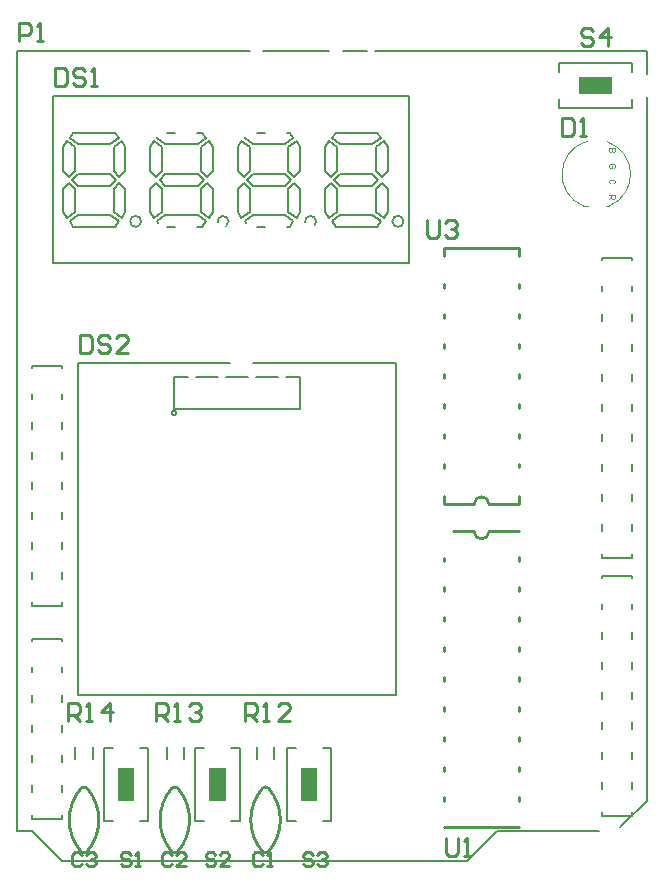
<source format=gbr>
G04*
G04 #@! TF.GenerationSoftware,Altium Limited,Altium Designer,24.2.2 (26)*
G04*
G04 Layer_Color=65535*
%FSLAX44Y44*%
%MOMM*%
G71*
G04*
G04 #@! TF.SameCoordinates,8037D507-FDD7-4DB1-ABC2-1B2419E491FE*
G04*
G04*
G04 #@! TF.FilePolarity,Positive*
G04*
G01*
G75*
%ADD10C,0.2540*%
%ADD11C,0.2000*%
%ADD12C,0.1000*%
%ADD13C,0.1270*%
G36*
X111140Y60928D02*
X97140D01*
Y88928D01*
X111140D01*
Y60928D01*
D02*
G37*
G36*
X188610D02*
X174610D01*
Y88928D01*
X188610D01*
Y60928D01*
D02*
G37*
G36*
X266080D02*
X252080D01*
Y88928D01*
X266080D01*
Y60928D01*
D02*
G37*
G36*
X515652Y659750D02*
X487652D01*
Y673750D01*
X515652D01*
Y659750D01*
D02*
G37*
D10*
X66147Y71688D02*
G03*
X66094Y17874I30925J-26938D01*
G01*
X71066D02*
G03*
X71013Y71688I-30979J26876D01*
G01*
X70997Y71674D02*
G03*
X66163Y71674I-2417J-2417D01*
G01*
Y17934D02*
G03*
X70997Y17934I2417J2417D01*
G01*
X142982Y71688D02*
G03*
X142928Y17874I30925J-26938D01*
G01*
X147901D02*
G03*
X147848Y71688I-30979J26876D01*
G01*
X147832Y71674D02*
G03*
X142998Y71674I-2417J-2417D01*
G01*
Y17934D02*
G03*
X147832Y17934I2417J2417D01*
G01*
X219817Y71688D02*
G03*
X219764Y17874I30925J-26938D01*
G01*
X224736D02*
G03*
X224683Y71688I-30979J26876D01*
G01*
X224667Y71674D02*
G03*
X219833Y71674I-2417J-2417D01*
G01*
Y17934D02*
G03*
X224667Y17934I2417J2417D01*
G01*
X411480Y311912D02*
G03*
X398780Y311912I-6350J0D01*
G01*
Y289029D02*
G03*
X411480Y289029I6350J0D01*
G01*
X380816Y289029D02*
X398780D01*
X411480D02*
X436744D01*
X373514Y38630D02*
X436746D01*
X373380Y60484D02*
Y63976D01*
X436880Y85884D02*
Y89376D01*
X373380Y111284D02*
Y114776D01*
X436880Y60484D02*
Y63976D01*
X373380Y85884D02*
Y89376D01*
X436880Y444024D02*
Y447516D01*
Y494824D02*
Y498316D01*
X373380Y494824D02*
Y498316D01*
X436880Y263684D02*
Y267176D01*
X373380Y263684D02*
Y266344D01*
Y444024D02*
Y447516D01*
Y418624D02*
Y422116D01*
X436880Y393224D02*
Y396716D01*
Y418624D02*
Y422116D01*
Y469424D02*
Y472916D01*
X373380Y238284D02*
Y241776D01*
X436880Y111284D02*
Y114776D01*
Y136684D02*
Y140176D01*
X373380Y162084D02*
Y165576D01*
Y212884D02*
Y216376D01*
X436880Y162084D02*
Y165576D01*
Y238284D02*
Y241776D01*
Y212884D02*
Y216376D01*
X373380Y136684D02*
Y140176D01*
Y393224D02*
Y396716D01*
X436880Y311912D02*
Y318770D01*
X411480Y311912D02*
X436880D01*
X373380D02*
Y318770D01*
X436880Y343256D02*
Y345916D01*
X373380Y342424D02*
Y345916D01*
X436880Y367824D02*
Y371316D01*
X373380Y367824D02*
Y371316D01*
Y528828D02*
X436880D01*
X373380Y469424D02*
Y472916D01*
Y311912D02*
X398780D01*
X436880Y521970D02*
Y528828D01*
X373380Y521970D02*
Y528828D01*
X436880Y187484D02*
Y190976D01*
X373380Y187484D02*
Y190976D01*
X64770Y455163D02*
Y439928D01*
X72387D01*
X74927Y442467D01*
Y452624D01*
X72387Y455163D01*
X64770D01*
X90162Y452624D02*
X87623Y455163D01*
X82544D01*
X80005Y452624D01*
Y450085D01*
X82544Y447546D01*
X87623D01*
X90162Y445006D01*
Y442467D01*
X87623Y439928D01*
X82544D01*
X80005Y442467D01*
X105397Y439928D02*
X95240D01*
X105397Y450085D01*
Y452624D01*
X102858Y455163D01*
X97779D01*
X95240Y452624D01*
X358648Y552953D02*
Y540257D01*
X361187Y537718D01*
X366265D01*
X368805Y540257D01*
Y552953D01*
X373883Y550414D02*
X376422Y552953D01*
X381501D01*
X384040Y550414D01*
Y547875D01*
X381501Y545336D01*
X378961D01*
X381501D01*
X384040Y542796D01*
Y540257D01*
X381501Y537718D01*
X376422D01*
X373883Y540257D01*
X499111Y712468D02*
X496572Y715007D01*
X491493D01*
X488954Y712468D01*
Y709929D01*
X491493Y707390D01*
X496572D01*
X499111Y704851D01*
Y702312D01*
X496572Y699772D01*
X491493D01*
X488954Y702312D01*
X511807Y699772D02*
Y715007D01*
X504189Y707390D01*
X514346D01*
X374653Y29207D02*
Y16512D01*
X377192Y13973D01*
X382271D01*
X384810Y16512D01*
Y29207D01*
X389888Y13973D02*
X394967D01*
X392428D01*
Y29207D01*
X389888Y26668D01*
X107950Y15429D02*
X105951Y17428D01*
X101952D01*
X99953Y15429D01*
Y13429D01*
X101952Y11430D01*
X105951D01*
X107950Y9431D01*
Y7431D01*
X105951Y5432D01*
X101952D01*
X99953Y7431D01*
X111949Y5432D02*
X115947D01*
X113948D01*
Y17428D01*
X111949Y15429D01*
X179611D02*
X177611Y17428D01*
X173613D01*
X171613Y15429D01*
Y13429D01*
X173613Y11430D01*
X177611D01*
X179611Y9431D01*
Y7431D01*
X177611Y5432D01*
X173613D01*
X171613Y7431D01*
X191607Y5432D02*
X183609D01*
X191607Y13429D01*
Y15429D01*
X189607Y17428D01*
X185609D01*
X183609Y15429D01*
X262161D02*
X260161Y17428D01*
X256163D01*
X254163Y15429D01*
Y13429D01*
X256163Y11430D01*
X260161D01*
X262161Y9431D01*
Y7431D01*
X260161Y5432D01*
X256163D01*
X254163Y7431D01*
X266159Y15429D02*
X268159Y17428D01*
X272157D01*
X274157Y15429D01*
Y13429D01*
X272157Y11430D01*
X270158D01*
X272157D01*
X274157Y9431D01*
Y7431D01*
X272157Y5432D01*
X268159D01*
X266159Y7431D01*
X54616Y128272D02*
Y143507D01*
X62234D01*
X64773Y140968D01*
Y135890D01*
X62234Y133351D01*
X54616D01*
X59694D02*
X64773Y128272D01*
X69851D02*
X74930D01*
X72390D01*
Y143507D01*
X69851Y140968D01*
X90165Y128272D02*
Y143507D01*
X82547Y135890D01*
X92704D01*
X129546Y128272D02*
Y143507D01*
X137164D01*
X139703Y140968D01*
Y135890D01*
X137164Y133351D01*
X129546D01*
X134625D02*
X139703Y128272D01*
X144781D02*
X149860D01*
X147320D01*
Y143507D01*
X144781Y140968D01*
X157477D02*
X160016Y143507D01*
X165095D01*
X167634Y140968D01*
Y138429D01*
X165095Y135890D01*
X162556D01*
X165095D01*
X167634Y133351D01*
Y130812D01*
X165095Y128272D01*
X160016D01*
X157477Y130812D01*
X204476Y128272D02*
Y143507D01*
X212094D01*
X214633Y140968D01*
Y135890D01*
X212094Y133351D01*
X204476D01*
X209555D02*
X214633Y128272D01*
X219711D02*
X224790D01*
X222250D01*
Y143507D01*
X219711Y140968D01*
X242564Y128272D02*
X232407D01*
X242564Y138429D01*
Y140968D01*
X240025Y143507D01*
X234946D01*
X232407Y140968D01*
X13462Y704342D02*
Y719577D01*
X21079D01*
X23619Y717038D01*
Y711960D01*
X21079Y709420D01*
X13462D01*
X28697Y704342D02*
X33775D01*
X31236D01*
Y719577D01*
X28697Y717038D01*
X43688Y680969D02*
Y665734D01*
X51305D01*
X53845Y668273D01*
Y678430D01*
X51305Y680969D01*
X43688D01*
X69080Y678430D02*
X66541Y680969D01*
X61462D01*
X58923Y678430D01*
Y675891D01*
X61462Y673352D01*
X66541D01*
X69080Y670812D01*
Y668273D01*
X66541Y665734D01*
X61462D01*
X58923Y668273D01*
X74158Y665734D02*
X79236D01*
X76697D01*
Y680969D01*
X74158Y678430D01*
X473205Y639405D02*
Y624170D01*
X480823D01*
X483362Y626709D01*
Y636866D01*
X480823Y639405D01*
X473205D01*
X488440Y624170D02*
X493519D01*
X490980D01*
Y639405D01*
X488440Y636866D01*
X66581Y15429D02*
X64581Y17428D01*
X60583D01*
X58583Y15429D01*
Y7431D01*
X60583Y5432D01*
X64581D01*
X66581Y7431D01*
X70579Y15429D02*
X72579Y17428D01*
X76577D01*
X78577Y15429D01*
Y13429D01*
X76577Y11430D01*
X74578D01*
X76577D01*
X78577Y9431D01*
Y7431D01*
X76577Y5432D01*
X72579D01*
X70579Y7431D01*
X142781Y15429D02*
X140781Y17428D01*
X136783D01*
X134783Y15429D01*
Y7431D01*
X136783Y5432D01*
X140781D01*
X142781Y7431D01*
X154777Y5432D02*
X146779D01*
X154777Y13429D01*
Y15429D01*
X152777Y17428D01*
X148779D01*
X146779Y15429D01*
X219710D02*
X217711Y17428D01*
X213712D01*
X211713Y15429D01*
Y7431D01*
X213712Y5432D01*
X217711D01*
X219710Y7431D01*
X223709Y5432D02*
X227707D01*
X225708D01*
Y17428D01*
X223709Y15429D01*
D11*
X116960Y551490D02*
G03*
X116960Y551490I-4670J0D01*
G01*
X190960D02*
G03*
X181753Y550382I-4670J0D01*
G01*
X188751Y547520D02*
G03*
X190960Y551490I-2461J3970D01*
G01*
X263761Y548365D02*
G03*
X264960Y551490I-3471J3125D01*
G01*
D02*
G03*
X255741Y550433I-4670J0D01*
G01*
X338960Y551490D02*
G03*
X338960Y551490I-4670J0D01*
G01*
X146720Y389400D02*
G03*
X146720Y389400I-2000J0D01*
G01*
X56540Y551740D02*
X59540Y546740D01*
X94790D01*
X56540Y551740D02*
X63540Y556740D01*
X50790Y559240D02*
X53790Y554240D01*
X63540Y556740D02*
X90790D01*
X53790Y554240D02*
X60790Y559240D01*
X90790Y556740D02*
X97790Y551740D01*
X94790Y546740D02*
X97790Y551740D01*
X93540Y559240D02*
X100540Y554240D01*
X103540Y559240D01*
X124790D02*
Y579240D01*
X42040Y516240D02*
Y657240D01*
X60790Y559240D02*
Y579240D01*
X50790Y559240D02*
Y579240D01*
X55790Y584240D01*
X60790Y579240D01*
X58540Y586740D02*
X63540Y581740D01*
X93540Y559240D02*
Y579240D01*
X103540Y559240D02*
Y579240D01*
X98540Y584240D02*
X103540Y579240D01*
X63540Y581740D02*
X90790D01*
X93540Y579240D02*
X98540Y584240D01*
X90790Y581740D02*
X95790Y586740D01*
X42040Y516240D02*
X344040D01*
X138848Y546740D02*
X145632D01*
X130540Y551740D02*
X131386Y550329D01*
X137540Y556740D02*
X164790D01*
X130540Y551740D02*
X137540Y556740D01*
X168790Y546740D02*
X171790Y551740D01*
X164248Y546740D02*
X168790D01*
X164790Y556740D02*
X171790Y551740D01*
X174540Y554240D02*
X177540Y559240D01*
X124790D02*
X127790Y554240D01*
X134790Y559240D01*
X124790Y579240D02*
X129790Y584240D01*
X134790Y559240D02*
Y579240D01*
X129790Y584240D02*
X134790Y579240D01*
X167540Y559240D02*
Y579240D01*
Y559240D02*
X174540Y554240D01*
X177540Y559240D02*
Y579240D01*
X137540Y581740D02*
X164790D01*
X172540Y584240D02*
X177540Y579240D01*
X167540D02*
X172540Y584240D01*
X55790Y589240D02*
X60790Y594240D01*
X90790Y591740D02*
X95790Y586740D01*
X58540D02*
X63540Y591740D01*
X50790Y594240D02*
X55790Y589240D01*
X63540Y591740D02*
X90790D01*
X60790Y594240D02*
Y614240D01*
X93540Y594240D02*
X98540Y589240D01*
X124790Y594240D02*
X129790Y589240D01*
X98540D02*
X103540Y594240D01*
X93540D02*
Y614240D01*
X124790Y594240D02*
Y614240D01*
X103540Y594240D02*
Y614240D01*
X50790Y594240D02*
Y614240D01*
X53790Y619240D02*
X60790Y614240D01*
X50790D02*
X53790Y619240D01*
X56540Y621740D02*
X59540Y626740D01*
X56540Y621740D02*
X63540Y616740D01*
X59540Y626740D02*
X94790D01*
X93540Y614240D02*
X100540Y619240D01*
X124790Y614240D02*
X127790Y619240D01*
X100540D02*
X103540Y614240D01*
X63540Y616740D02*
X90790D01*
X97790Y621740D01*
X94790Y626740D02*
X97790Y621740D01*
X129790Y589240D02*
X134790Y594240D01*
X132540Y586740D02*
X137540Y581740D01*
X132540Y586740D02*
X137540Y591740D01*
X134790Y594240D02*
Y614240D01*
X137540Y591740D02*
X164790D01*
X137540Y616740D02*
X164790D01*
Y591740D02*
X169790Y586740D01*
X164790Y581740D02*
X169790Y586740D01*
X172540Y589240D02*
X177540Y594240D01*
X167540D02*
Y614240D01*
Y594240D02*
X172540Y589240D01*
X177540Y594240D02*
Y614240D01*
X130540Y621740D02*
X131386Y623151D01*
X127790Y619240D02*
X134790Y614240D01*
X130540Y621740D02*
X137540Y616740D01*
X138848Y626740D02*
X145632D01*
X42040Y657240D02*
X344040D01*
X164790Y616740D02*
X171790Y621740D01*
X174540Y619240D02*
X177540Y614240D01*
X167540D02*
X174540Y619240D01*
X164248Y626740D02*
X168790D01*
X171790Y621740D01*
X204540Y551740D02*
X205314Y550449D01*
X211540Y556740D02*
X238790D01*
X204540Y551740D02*
X211540Y556740D01*
X240448Y546740D02*
X242790D01*
X245790Y551740D01*
X215048Y546740D02*
X221832D01*
X238790Y556740D02*
X245790Y551740D01*
X198790Y559240D02*
X201790Y554240D01*
X208790Y559240D01*
Y579240D01*
X198790Y559240D02*
Y579240D01*
X203790Y584240D02*
X208790Y579240D01*
X198790D02*
X203790Y584240D01*
X241540Y559240D02*
X248540Y554240D01*
X251540Y559240D01*
Y579240D01*
X241540Y559240D02*
Y579240D01*
X246540Y584240D02*
X251540Y579240D01*
X241540D02*
X246540Y584240D01*
X281540Y546740D02*
X316790D01*
X278540Y551740D02*
X281540Y546740D01*
X278540Y551740D02*
X285540Y556740D01*
X275790Y554240D02*
X282790Y559240D01*
X312790Y556740D02*
X319790Y551740D01*
X316790Y546740D02*
X319790Y551740D01*
X285540Y556740D02*
X312790D01*
X322540Y554240D02*
X325540Y559240D01*
X315540D02*
X322540Y554240D01*
X272790Y559240D02*
Y579240D01*
Y559240D02*
X275790Y554240D01*
X282790Y559240D02*
Y579240D01*
X272790D02*
X277790Y584240D01*
X282790Y579240D01*
X280540Y586740D02*
X285540Y581740D01*
X315540Y559240D02*
Y579240D01*
X325540Y559240D02*
Y579240D01*
X344040Y516240D02*
Y657240D01*
X285540Y581740D02*
X312790D01*
X317790Y586740D01*
X320540Y584240D02*
X325540Y579240D01*
X315540D02*
X320540Y584240D01*
X203790Y589240D02*
X208790Y594240D01*
X206540Y586740D02*
X211540Y581740D01*
X206540Y586740D02*
X211540Y591740D01*
X198790Y594240D02*
Y614240D01*
Y594240D02*
X203790Y589240D01*
X208790Y594240D02*
Y614240D01*
X211540Y581740D02*
X238790D01*
X243790Y586740D01*
X238790Y591740D02*
X243790Y586740D01*
X211540Y591740D02*
X238790D01*
X241540Y594240D02*
X246540Y589240D01*
X241540Y594240D02*
Y614240D01*
X198790D02*
X201790Y619240D01*
X211540Y616740D02*
X238790D01*
X201790Y619240D02*
X208790Y614240D01*
X204540Y621740D02*
X205314Y623031D01*
X204540Y621740D02*
X211540Y616740D01*
X242790Y626740D02*
X245790Y621740D01*
X241540Y614240D02*
X248540Y619240D01*
X238790Y616740D02*
X245790Y621740D01*
X215048Y626740D02*
X221832D01*
X240448D02*
X242790D01*
X272790Y594240D02*
X277790Y589240D01*
X280540Y586740D02*
X285540Y591740D01*
X277790Y589240D02*
X282790Y594240D01*
X246540Y589240D02*
X251540Y594240D01*
X282790D02*
Y614240D01*
X272790Y594240D02*
Y614240D01*
X312790Y591740D02*
X317790Y586740D01*
X320540Y589240D02*
X325540Y594240D01*
X315540D02*
X320540Y589240D01*
X285540Y591740D02*
X312790D01*
X325540Y594240D02*
Y614240D01*
X315540Y594240D02*
Y614240D01*
X251540Y594240D02*
Y614240D01*
X275790Y619240D02*
X282790Y614240D01*
X272790D02*
X275790Y619240D01*
X248540D02*
X251540Y614240D01*
X278540Y621740D02*
X281540Y626740D01*
X312790Y616740D02*
X319790Y621740D01*
X322540Y619240D02*
X325540Y614240D01*
X315540D02*
X322540Y619240D01*
X285540Y616740D02*
X312790D01*
X278540Y621740D02*
X285540Y616740D01*
X316790Y626740D02*
X319790Y621740D01*
X281540Y626740D02*
X316790D01*
X211788Y431400D02*
X333120D01*
X63120D02*
X192072D01*
X532130Y314512D02*
Y317500D01*
Y289111D02*
Y295089D01*
Y266700D02*
Y269688D01*
X506730Y266700D02*
X532130D01*
X229750Y96320D02*
Y106320D01*
X506730Y314512D02*
Y317500D01*
Y289111D02*
Y295089D01*
Y266700D02*
Y269688D01*
Y519016D02*
Y520700D01*
Y492312D02*
Y496984D01*
Y466912D02*
Y472888D01*
Y441511D02*
Y447489D01*
Y416111D02*
Y422089D01*
Y390712D02*
Y396688D01*
Y365312D02*
Y371288D01*
Y339911D02*
Y345888D01*
Y317500D02*
Y320489D01*
X24130Y45720D02*
X49530D01*
X532130Y519016D02*
Y520700D01*
Y492312D02*
Y496984D01*
Y466912D02*
Y472888D01*
Y441511D02*
Y447489D01*
Y416111D02*
Y422089D01*
Y390712D02*
Y396688D01*
Y365312D02*
Y371288D01*
Y339911D02*
Y345888D01*
Y317500D02*
Y320489D01*
X506730Y520700D02*
X532130D01*
X138550Y96320D02*
Y106320D01*
X214460Y419400D02*
X232580D01*
X239860D02*
X251120D01*
X163660D02*
X181780D01*
X189060D02*
X207180D01*
X214750Y96320D02*
Y106320D01*
X76080Y96320D02*
Y106320D01*
X251120Y392400D02*
Y419400D01*
X145120Y392400D02*
Y419400D01*
X24130Y198120D02*
X49530D01*
Y427576D02*
Y429260D01*
Y400872D02*
Y405544D01*
Y375471D02*
Y381449D01*
Y350071D02*
Y356049D01*
Y324672D02*
Y330648D01*
Y299272D02*
Y305249D01*
Y273871D02*
Y279848D01*
Y248472D02*
Y254449D01*
Y226060D02*
Y229049D01*
X506730Y251460D02*
X532130D01*
Y249776D02*
Y251460D01*
Y223071D02*
Y227744D01*
Y197672D02*
Y203648D01*
Y172271D02*
Y178249D01*
Y146872D02*
Y152849D01*
Y121472D02*
Y127449D01*
Y96072D02*
Y102049D01*
Y70672D02*
Y76649D01*
Y48260D02*
Y51248D01*
X49530Y196436D02*
Y198120D01*
Y169732D02*
Y174404D01*
Y144332D02*
Y150309D01*
Y118932D02*
Y124909D01*
Y93532D02*
Y99508D01*
Y68131D02*
Y74109D01*
Y45720D02*
Y48709D01*
X24130Y196436D02*
Y198120D01*
Y169732D02*
Y174404D01*
Y144332D02*
Y150309D01*
Y118932D02*
Y124909D01*
Y93532D02*
Y99508D01*
Y68131D02*
Y74109D01*
Y45720D02*
Y48709D01*
X506730Y48260D02*
X532130D01*
X24130Y427576D02*
Y429260D01*
Y400872D02*
Y405544D01*
Y375471D02*
Y381449D01*
Y350071D02*
Y356049D01*
Y324672D02*
Y330648D01*
Y299272D02*
Y305249D01*
Y273871D02*
Y279848D01*
Y248472D02*
Y254449D01*
Y226060D02*
Y229049D01*
Y429260D02*
X49530D01*
X506730Y249776D02*
Y251460D01*
Y223071D02*
Y227744D01*
Y197672D02*
Y203648D01*
Y172271D02*
Y178249D01*
Y146872D02*
Y152849D01*
Y121472D02*
Y127449D01*
Y96072D02*
Y102049D01*
Y70672D02*
Y76649D01*
Y48260D02*
Y51248D01*
X24130Y226060D02*
X49530D01*
X63120Y150400D02*
X333120D01*
X145120Y392400D02*
X251120D01*
X63120Y150400D02*
Y431400D01*
X153550Y96320D02*
Y106320D01*
X145120Y419400D02*
X156380D01*
X333120Y150400D02*
Y431400D01*
X61080Y96320D02*
Y106320D01*
X162610Y43930D02*
X170154D01*
X200610D02*
Y105930D01*
X115596D02*
X123140D01*
X162610D02*
X170154D01*
X193066D02*
X200610D01*
X270536D02*
X278080D01*
X532650Y647750D02*
Y655294D01*
X278080Y43930D02*
Y105930D01*
X240080D02*
X247624D01*
X470650Y678206D02*
Y685750D01*
Y647750D02*
Y655294D01*
Y685750D02*
X532650D01*
Y678206D02*
Y685750D01*
X240080Y43930D02*
Y105930D01*
Y43930D02*
X247624D01*
X270536D02*
X278080D01*
X115596D02*
X123140D01*
X85140Y105930D02*
X92684D01*
X193066Y43930D02*
X200610D01*
X162610D02*
Y105930D01*
X85140Y43930D02*
Y105930D01*
Y43930D02*
X92684D01*
X123140D02*
Y105930D01*
X470650Y647750D02*
X532650D01*
D12*
X494769Y619389D02*
G03*
X491490Y564478I7536J-28004D01*
G01*
X513120D02*
G03*
X511519Y618883I-10815J26908D01*
G01*
X510227Y564422D02*
X513007D01*
X491490D02*
X495613D01*
X518078Y613500D02*
X513080D01*
Y611000D01*
X513913Y610167D01*
X514746D01*
X515579Y611000D01*
Y613500D01*
Y611000D01*
X516412Y610167D01*
X517245D01*
X518078Y611000D01*
Y613500D01*
X517245Y596875D02*
X518078Y597708D01*
Y599374D01*
X517245Y600207D01*
X513913D01*
X513080Y599374D01*
Y597708D01*
X513913Y596875D01*
X515579D01*
Y598541D01*
X517245Y583582D02*
X518078Y584415D01*
Y586081D01*
X517245Y586914D01*
X513913D01*
X513080Y586081D01*
Y584415D01*
X513913Y583582D01*
X513080Y573622D02*
X518078D01*
Y571122D01*
X517245Y570289D01*
X515579D01*
X514746Y571122D01*
Y573622D01*
Y571955D02*
X513080Y570289D01*
D13*
X24130Y35560D02*
X49530Y10160D01*
X392430D01*
X11430Y35560D02*
X24130D01*
X522697Y38828D02*
X544830Y60960D01*
X417830Y35560D02*
X504934D01*
X314502Y695960D02*
X544830D01*
X288148D02*
X307798D01*
X219722D02*
X276105D01*
X11430D02*
X209300D01*
X11430Y35560D02*
Y695960D01*
X392430Y10160D02*
X417830Y35560D01*
X544830Y676607D02*
Y695960D01*
Y60960D02*
Y656893D01*
M02*

</source>
